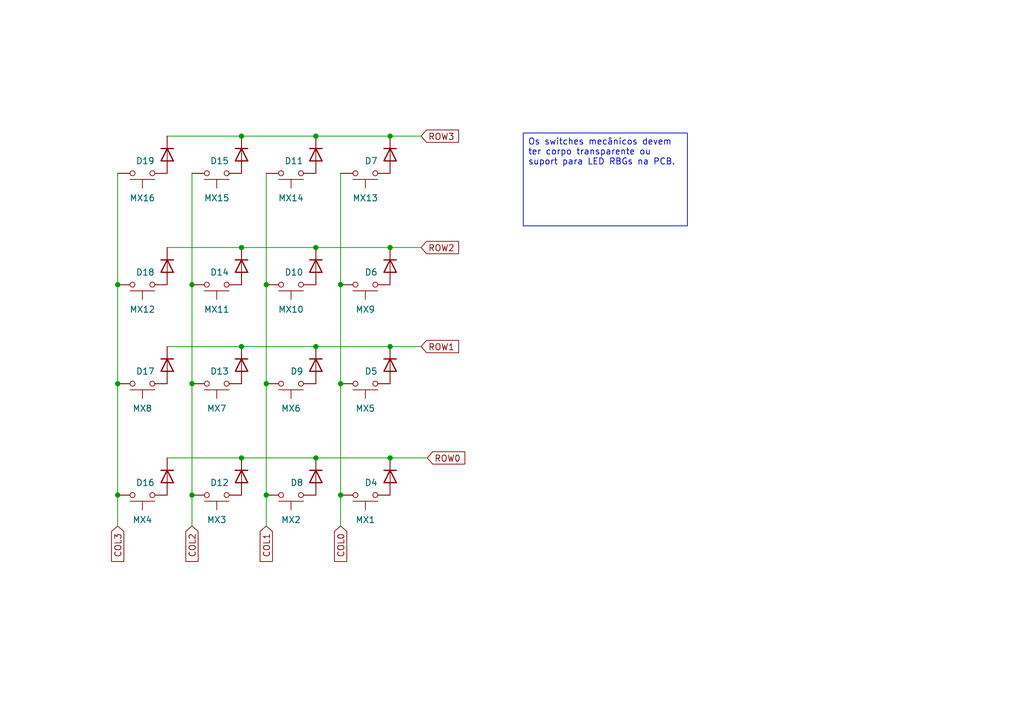
<source format=kicad_sch>
(kicad_sch (version 20231120) (generator "eeschema") (generator_version "8.0")
  (paper "A5")
  (title_block (title "EMK") (date "2024-10-10") (rev "1"))
  (lib_symbols
    (symbol "Device:D" (pin_numbers hide) (pin_names (offset 1.016) hide)
      (property "Reference" "D" (at 0 2.54 0))
      (property "Value" "D" (at 0 -2.54 0))
      (symbol "D_0_1"
        (polyline (pts (xy -1.27 1.27) (xy -1.27 -1.27)) (stroke (width 0.254)))
        (polyline (pts (xy 1.27 0) (xy -1.27 0)))
        (polyline (pts (xy 1.27 1.27) (xy 1.27 -1.27) (xy -1.27 0) (xy 1.27 1.27)) (stroke (width 0.254)))
      )
      (symbol "D_1_1"
        (pin passive line (at -3.81 0 0) (length 2.54) (name "K") (number "1"))
        (pin passive line (at 3.81 0 180) (length 2.54) (name "A") (number "2"))
      )
    )
    (symbol "Switch:SW_Push" (pin_numbers hide) (pin_names (offset 1.016) hide)
      (property "Reference" "SW" (at 1.27 2.54 0))
      (property "Value" "SW_Push" (at 0 -1.524 0))
      (symbol "SW_Push_0_1"
        (circle (center -2.032 0) (radius 0.508))
        (polyline (pts (xy 0 1.27) (xy 0 3.048)))
        (polyline (pts (xy 2.54 1.27) (xy -2.54 1.27)))
        (circle (center 2.032 0) (radius 0.508))
        (pin passive line (at -5.08 0 0) (length 2.54) (name "1") (number "1"))
        (pin passive line (at 5.08 0 180) (length 2.54) (name "2") (number "2"))
      )
    )
  )
  (junction (at 64.77 71.12))
  (junction (at 54.61 58.42))
  (junction (at 69.85 78.74))
  (junction (at 39.37 101.6))
  (junction (at 80.01 27.94))
  (junction (at 64.77 93.98))
  (junction (at 49.53 71.12))
  (junction (at 39.37 78.74))
  (junction (at 49.53 27.94))
  (junction (at 69.85 58.42))
  (junction (at 80.01 93.98))
  (junction (at 49.53 93.98))
  (junction (at 69.85 101.6))
  (junction (at 24.13 58.42))
  (junction (at 64.77 50.8))
  (junction (at 64.77 27.94))
  (junction (at 39.37 58.42))
  (junction (at 80.01 50.8))
  (junction (at 24.13 78.74))
  (junction (at 54.61 101.6))
  (junction (at 80.01 71.12))
  (junction (at 49.53 50.8))
  (junction (at 24.13 101.6))
  (junction (at 54.61 78.74))
  (wire (pts (xy 86.36 71.12) (xy 80.01 71.12)))
  (wire (pts (xy 86.36 50.8) (xy 80.01 50.8)))
  (wire (pts (xy 49.53 93.98) (xy 34.29 93.98)))
  (wire (pts (xy 49.53 27.94) (xy 34.29 27.94)))
  (wire (pts (xy 69.85 78.74) (xy 69.85 58.42)))
  (wire (pts (xy 80.01 93.98) (xy 64.77 93.98)))
  (wire (pts (xy 64.77 50.8) (xy 49.53 50.8)))
  (wire (pts (xy 39.37 58.42) (xy 39.37 35.56)))
  (wire (pts (xy 64.77 71.12) (xy 49.53 71.12)))
  (wire (pts (xy 39.37 107.95) (xy 39.37 101.6)))
  (wire (pts (xy 86.36 27.94) (xy 80.01 27.94)))
  (wire (pts (xy 24.13 58.42) (xy 24.13 35.56)))
  (wire (pts (xy 49.53 50.8) (xy 34.29 50.8)))
  (wire (pts (xy 39.37 101.6) (xy 39.37 78.74)))
  (wire (pts (xy 69.85 107.95) (xy 69.85 101.6)))
  (wire (pts (xy 69.85 58.42) (xy 69.85 35.56)))
  (wire (pts (xy 24.13 101.6) (xy 24.13 78.74)))
  (wire (pts (xy 80.01 71.12) (xy 64.77 71.12)))
  (wire (pts (xy 64.77 93.98) (xy 49.53 93.98)))
  (wire (pts (xy 49.53 71.12) (xy 34.29 71.12)))
  (wire (pts (xy 24.13 107.95) (xy 24.13 101.6)))
  (wire (pts (xy 54.61 58.42) (xy 54.61 35.56)))
  (wire (pts (xy 80.01 27.94) (xy 64.77 27.94)))
  (wire (pts (xy 87.63 93.98) (xy 80.01 93.98)))
  (wire (pts (xy 80.01 50.8) (xy 64.77 50.8)))
  (wire (pts (xy 64.77 27.94) (xy 49.53 27.94)))
  (wire (pts (xy 54.61 78.74) (xy 54.61 58.42)))
  (wire (pts (xy 54.61 101.6) (xy 54.61 78.74)))
  (wire (pts (xy 54.61 107.95) (xy 54.61 101.6)))
  (wire (pts (xy 24.13 78.74) (xy 24.13 58.42)))
  (wire (pts (xy 39.37 78.74) (xy 39.37 58.42)))
  (wire (pts (xy 69.85 101.6) (xy 69.85 78.74)))
  (text_box "Os switches mecânicos devem ter corpo transparente ou suport para LED RBGs na PCB." (at 107.315 27.305 0) (size 33.655 19.05) (effects (font (size 1.27 1.27)) (justify left top)))
  (global_label "ROW1" (shape input) (at 86.36 71.12 0) (property "Intersheetrefs" "${INTERSHEET_REFS}" (effects (hide yes))))
  (global_label "COL1" (shape input) (at 54.61 107.95 270) (property "Intersheetrefs" "${INTERSHEET_REFS}" (effects (hide yes))))
  (global_label "ROW2" (shape input) (at 86.36 50.8 0) (property "Intersheetrefs" "${INTERSHEET_REFS}" (effects (hide yes))))
  (global_label "ROW3" (shape input) (at 86.36 27.94 0) (property "Intersheetrefs" "${INTERSHEET_REFS}" (effects (hide yes))))
  (global_label "COL0" (shape input) (at 69.85 107.95 270) (property "Intersheetrefs" "${INTERSHEET_REFS}" (effects (hide yes))))
  (global_label "COL3" (shape input) (at 24.13 107.95 270) (property "Intersheetrefs" "${INTERSHEET_REFS}" (effects (hide yes))))
  (global_label "ROW0" (shape input) (at 87.63 93.98 0) (property "Intersheetrefs" "${INTERSHEET_REFS}" (effects (hide yes))))
  (global_label "COL2" (shape input) (at 39.37 107.95 270) (property "Intersheetrefs" "${INTERSHEET_REFS}" (effects (hide yes))))
  (symbol (lib_id "Switch:SW_Push") (at 29.21 58.42 180) (unit 1)
    (property "Reference" "SW16" (effects (hide yes)))
    (property "Value" "MX12" (at 29.21 63.5 0))
    (property "Description" "Push button switch, generic, two pins" (effects (hide yes)))
  )
  (symbol (lib_id "Device:D") (at 80.01 74.93 270) (unit 1)
    (property "Reference" "D5" (at 77.47 76.2001 90) (effects (justify right)))
    (property "Value" "D" (effects (hide yes)))
    (property "Description" "Diode" (effects (hide yes)))
    (property "Sim.Device" "D" (effects (hide yes)))
    (property "Sim.Pins" "1=K 2=A" (effects (hide yes)))
  )
  (symbol (lib_id "Switch:SW_Push") (at 29.21 78.74 180) (unit 1)
    (property "Reference" "SW15" (effects (hide yes)))
    (property "Value" "MX8" (at 29.21 83.82 0))
    (property "Description" "Push button switch, generic, two pins" (effects (hide yes)))
  )
  (symbol (lib_id "Device:D") (at 34.29 31.75 270) (unit 1)
    (property "Reference" "D19" (at 31.75 33.0201 90) (effects (justify right)))
    (property "Value" "D" (effects (hide yes)))
    (property "Description" "Diode" (effects (hide yes)))
    (property "Sim.Device" "D" (effects (hide yes)))
    (property "Sim.Pins" "1=K 2=A" (effects (hide yes)))
  )
  (symbol (lib_id "Switch:SW_Push") (at 74.93 58.42 180) (unit 1)
    (property "Reference" "SW4" (effects (hide yes)))
    (property "Value" "MX9" (at 74.93 63.5 0))
    (property "Description" "Push button switch, generic, two pins" (effects (hide yes)))
  )
  (symbol (lib_id "Device:D") (at 64.77 31.75 270) (unit 1)
    (property "Reference" "D11" (at 62.23 33.0201 90) (effects (justify right)))
    (property "Value" "D" (effects (hide yes)))
    (property "Description" "Diode" (effects (hide yes)))
    (property "Sim.Device" "D" (effects (hide yes)))
    (property "Sim.Pins" "1=K 2=A" (effects (hide yes)))
  )
  (symbol (lib_id "Switch:SW_Push") (at 59.69 58.42 180) (unit 1)
    (property "Reference" "SW8" (effects (hide yes)))
    (property "Value" "MX10" (at 59.69 63.5 0))
    (property "Description" "Push button switch, generic, two pins" (effects (hide yes)))
  )
  (symbol (lib_id "Device:D") (at 64.77 74.93 270) (unit 1)
    (property "Reference" "D9" (at 62.23 76.2001 90) (effects (justify right)))
    (property "Value" "D" (effects (hide yes)))
    (property "Description" "Diode" (effects (hide yes)))
    (property "Sim.Device" "D" (effects (hide yes)))
    (property "Sim.Pins" "1=K 2=A" (effects (hide yes)))
  )
  (symbol (lib_id "Device:D") (at 64.77 54.61 270) (unit 1)
    (property "Reference" "D10" (at 62.23 55.8801 90) (effects (justify right)))
    (property "Value" "D" (effects (hide yes)))
    (property "Description" "Diode" (effects (hide yes)))
    (property "Sim.Device" "D" (effects (hide yes)))
    (property "Sim.Pins" "1=K 2=A" (effects (hide yes)))
  )
  (symbol (lib_id "Device:D") (at 34.29 97.79 270) (unit 1)
    (property "Reference" "D16" (at 31.75 99.0601 90) (effects (justify right)))
    (property "Value" "D" (effects (hide yes)))
    (property "Description" "Diode" (effects (hide yes)))
    (property "Sim.Device" "D" (effects (hide yes)))
    (property "Sim.Pins" "1=K 2=A" (effects (hide yes)))
  )
  (symbol (lib_id "Device:D") (at 80.01 54.61 270) (unit 1)
    (property "Reference" "D6" (at 77.47 55.8801 90) (effects (justify right)))
    (property "Value" "D" (effects (hide yes)))
    (property "Description" "Diode" (effects (hide yes)))
    (property "Sim.Device" "D" (effects (hide yes)))
    (property "Sim.Pins" "1=K 2=A" (effects (hide yes)))
  )
  (symbol (lib_id "Switch:SW_Push") (at 74.93 78.74 180) (unit 1)
    (property "Reference" "SW3" (effects (hide yes)))
    (property "Value" "MX5" (at 74.93 83.82 0))
    (property "Description" "Push button switch, generic, two pins" (effects (hide yes)))
  )
  (symbol (lib_id "Device:D") (at 49.53 31.75 270) (unit 1)
    (property "Reference" "D15" (at 46.99 33.0201 90) (effects (justify right)))
    (property "Value" "D" (effects (hide yes)))
    (property "Description" "Diode" (effects (hide yes)))
    (property "Sim.Device" "D" (effects (hide yes)))
    (property "Sim.Pins" "1=K 2=A" (effects (hide yes)))
  )
  (symbol (lib_id "Device:D") (at 80.01 97.79 270) (unit 1)
    (property "Reference" "D4" (at 77.47 99.0601 90) (effects (justify right)))
    (property "Value" "D" (effects (hide yes)))
    (property "Description" "Diode" (effects (hide yes)))
    (property "Sim.Device" "D" (effects (hide yes)))
    (property "Sim.Pins" "1=K 2=A" (effects (hide yes)))
  )
  (symbol (lib_id "Switch:SW_Push") (at 59.69 101.6 180) (unit 1)
    (property "Reference" "SW6" (effects (hide yes)))
    (property "Value" "MX2" (at 59.69 106.68 0))
    (property "Description" "Push button switch, generic, two pins" (effects (hide yes)))
  )
  (symbol (lib_id "Device:D") (at 49.53 54.61 270) (unit 1)
    (property "Reference" "D14" (at 46.99 55.8801 90) (effects (justify right)))
    (property "Value" "D" (effects (hide yes)))
    (property "Description" "Diode" (effects (hide yes)))
    (property "Sim.Device" "D" (effects (hide yes)))
    (property "Sim.Pins" "1=K 2=A" (effects (hide yes)))
  )
  (symbol (lib_id "Device:D") (at 49.53 74.93 270) (unit 1)
    (property "Reference" "D13" (at 46.99 76.2001 90) (effects (justify right)))
    (property "Value" "D" (effects (hide yes)))
    (property "Description" "Diode" (effects (hide yes)))
    (property "Sim.Device" "D" (effects (hide yes)))
    (property "Sim.Pins" "1=K 2=A" (effects (hide yes)))
  )
  (symbol (lib_id "Device:D") (at 64.77 97.79 270) (unit 1)
    (property "Reference" "D8" (at 62.23 99.0601 90) (effects (justify right)))
    (property "Value" "D" (effects (hide yes)))
    (property "Description" "Diode" (effects (hide yes)))
    (property "Sim.Device" "D" (effects (hide yes)))
    (property "Sim.Pins" "1=K 2=A" (effects (hide yes)))
  )
  (symbol (lib_id "Device:D") (at 49.53 97.79 270) (unit 1)
    (property "Reference" "D12" (at 46.99 99.0601 90) (effects (justify right)))
    (property "Value" "D" (effects (hide yes)))
    (property "Description" "Diode" (effects (hide yes)))
    (property "Sim.Device" "D" (effects (hide yes)))
    (property "Sim.Pins" "1=K 2=A" (effects (hide yes)))
  )
  (symbol (lib_id "Device:D") (at 80.01 31.75 270) (unit 1)
    (property "Reference" "D7" (at 77.47 33.0201 90) (effects (justify right)))
    (property "Value" "D" (effects (hide yes)))
    (property "Description" "Diode" (effects (hide yes)))
    (property "Sim.Device" "D" (effects (hide yes)))
    (property "Sim.Pins" "1=K 2=A" (effects (hide yes)))
  )
  (symbol (lib_id "Switch:SW_Push") (at 59.69 35.56 180) (unit 1)
    (property "Reference" "SW9" (effects (hide yes)))
    (property "Value" "MX14" (at 59.69 40.64 0))
    (property "Description" "Push button switch, generic, two pins" (effects (hide yes)))
  )
  (symbol (lib_id "Switch:SW_Push") (at 44.45 101.6 180) (unit 1)
    (property "Reference" "SW10" (effects (hide yes)))
    (property "Value" "MX3" (at 44.45 106.68 0))
    (property "Description" "Push button switch, generic, two pins" (effects (hide yes)))
  )
  (symbol (lib_id "Switch:SW_Push") (at 44.45 35.56 180) (unit 1)
    (property "Reference" "SW13" (effects (hide yes)))
    (property "Value" "MX15" (at 44.45 40.64 0))
    (property "Description" "Push button switch, generic, two pins" (effects (hide yes)))
  )
  (symbol (lib_id "Switch:SW_Push") (at 44.45 58.42 180) (unit 1)
    (property "Reference" "SW12" (effects (hide yes)))
    (property "Value" "MX11" (at 44.45 63.5 0))
    (property "Description" "Push button switch, generic, two pins" (effects (hide yes)))
  )
  (symbol (lib_id "Device:D") (at 34.29 74.93 270) (unit 1)
    (property "Reference" "D17" (at 31.75 76.2001 90) (effects (justify right)))
    (property "Value" "D" (effects (hide yes)))
    (property "Description" "Diode" (effects (hide yes)))
    (property "Sim.Device" "D" (effects (hide yes)))
    (property "Sim.Pins" "1=K 2=A" (effects (hide yes)))
  )
  (symbol (lib_id "Switch:SW_Push") (at 44.45 78.74 180) (unit 1)
    (property "Reference" "SW11" (effects (hide yes)))
    (property "Value" "MX7" (at 44.45 83.82 0))
    (property "Description" "Push button switch, generic, two pins" (effects (hide yes)))
  )
  (symbol (lib_id "Switch:SW_Push") (at 29.21 35.56 180) (unit 1)
    (property "Reference" "SW17" (effects (hide yes)))
    (property "Value" "MX16" (at 29.21 40.64 0))
    (property "Description" "Push button switch, generic, two pins" (effects (hide yes)))
  )
  (symbol (lib_id "Switch:SW_Push") (at 59.69 78.74 180) (unit 1)
    (property "Reference" "SW7" (effects (hide yes)))
    (property "Value" "MX6" (at 59.69 83.82 0))
    (property "Description" "Push button switch, generic, two pins" (effects (hide yes)))
  )
  (symbol (lib_id "Switch:SW_Push") (at 74.93 35.56 180) (unit 1)
    (property "Reference" "SW5" (effects (hide yes)))
    (property "Value" "MX13" (at 74.93 40.64 0))
    (property "Description" "Push button switch, generic, two pins" (effects (hide yes)))
  )
  (symbol (lib_id "Switch:SW_Push") (at 29.21 101.6 180) (unit 1)
    (property "Reference" "SW14" (effects (hide yes)))
    (property "Value" "MX4" (at 29.21 106.68 0))
    (property "Description" "Push button switch, generic, two pins" (effects (hide yes)))
  )
  (symbol (lib_id "Device:D") (at 34.29 54.61 270) (unit 1)
    (property "Reference" "D18" (at 31.75 55.8801 90) (effects (justify right)))
    (property "Value" "D" (effects (hide yes)))
    (property "Description" "Diode" (effects (hide yes)))
    (property "Sim.Device" "D" (effects (hide yes)))
    (property "Sim.Pins" "1=K 2=A" (effects (hide yes)))
  )
  (symbol (lib_id "Switch:SW_Push") (at 74.93 101.6 180) (unit 1)
    (property "Reference" "SW2" (effects (hide yes)))
    (property "Value" "MX1" (at 74.93 106.68 0))
    (property "Description" "Push button switch, generic, two pins" (effects (hide yes)))
  )
)
</source>
